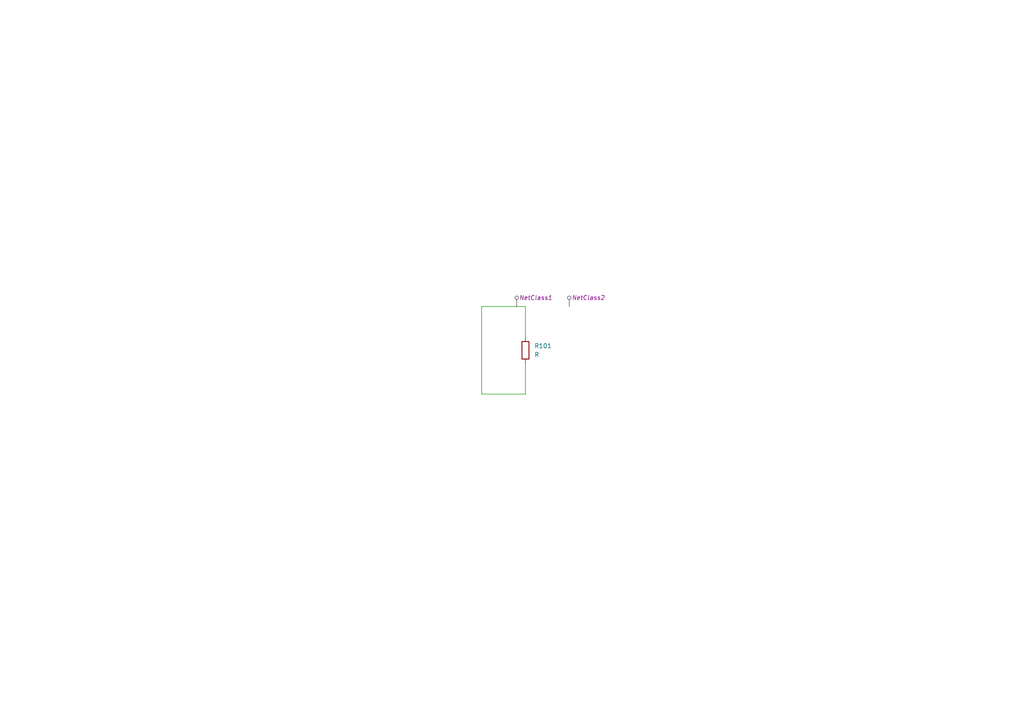
<source format=kicad_sch>
(kicad_sch (version 20231120) (generator "eeschema") (generator_version "8.0")
  (paper "A4")
  (lib_symbols
    (symbol "Device:R" (pin_numbers hide) (pin_names (offset 0))
      (property "Reference" "R" (at 2.032 0 90))
      (property "Value" "R" (at 0 0 90))
      (symbol "R_0_1"
        (rectangle (start -1.016 -2.54) (end 1.016 2.54) (stroke (width 0.254)))
      )
      (symbol "R_1_1"
        (pin passive line (at 0 3.81 270) (length 1.27) (name "~") (number "1"))
        (pin passive line (at 0 -3.81 90) (length 1.27) (name "~") (number "2"))
      )
    )
  )
  (wire (pts (xy 152.4 105.41) (xy 152.4 114.3)))
  (wire (pts (xy 152.4 88.9) (xy 152.4 97.79)))
  (wire (pts (xy 139.7 88.9) (xy 139.7 114.3)))
  (wire (pts (xy 139.7 88.9) (xy 152.4 88.9)))
  (wire (pts (xy 139.7 114.3) (xy 152.4 114.3)))
  (netclass_flag "" (length 2.54) (shape round) (at 165.1 88.9 0) (property "Netclass" "NetClass2" (at 165.7985 86.36 0) (effects (font (italic yes)) (justify left))))
  (netclass_flag "" (length 2.54) (shape round) (at 149.86 88.9 0) (property "Netclass" "NetClass1" (at 150.5585 86.36 0) (effects (font (italic yes)) (justify left))))
  (symbol (lib_id "Device:R") (at 152.4 101.6 0) (unit 1)
    (property "Reference" "R101" (at 154.94 100.3299 0) (effects (justify left)))
    (property "Value" "R" (at 154.94 102.8699 0) (effects (justify left)))
    (property "Description" "Resistor" (effects (hide yes)))
  )
)
</source>
